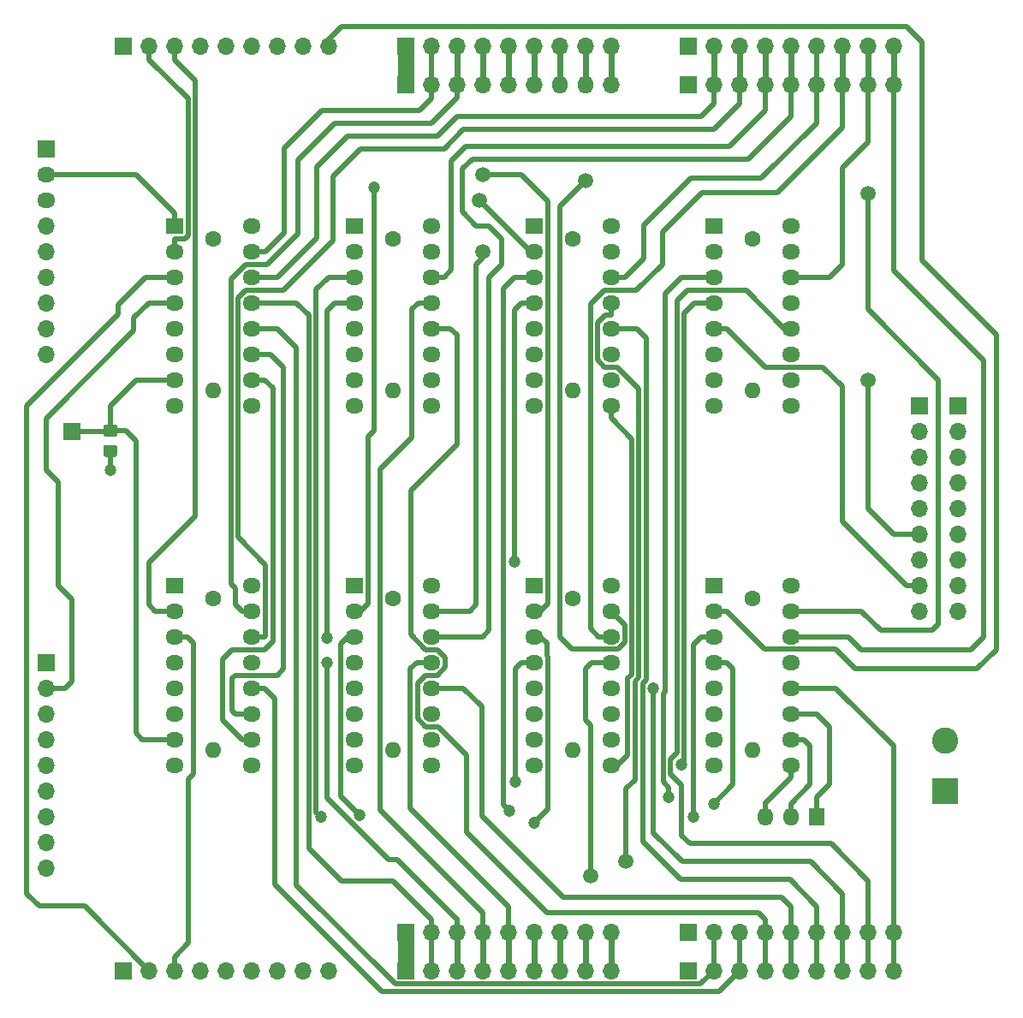
<source format=gbr>
%TF.GenerationSoftware,KiCad,Pcbnew,(5.1.8)-1*%
%TF.CreationDate,2022-12-02T00:21:30+03:00*%
%TF.ProjectId,MUX8x1-v4,4d555838-7831-42d7-9634-2e6b69636164,rev?*%
%TF.SameCoordinates,Original*%
%TF.FileFunction,Copper,L4,Bot*%
%TF.FilePolarity,Positive*%
%FSLAX46Y46*%
G04 Gerber Fmt 4.6, Leading zero omitted, Abs format (unit mm)*
G04 Created by KiCad (PCBNEW (5.1.8)-1) date 2022-12-02 00:21:30*
%MOMM*%
%LPD*%
G01*
G04 APERTURE LIST*
%TA.AperFunction,ComponentPad*%
%ADD10O,1.700000X1.700000*%
%TD*%
%TA.AperFunction,ComponentPad*%
%ADD11R,1.700000X1.700000*%
%TD*%
%TA.AperFunction,ComponentPad*%
%ADD12O,1.800000X1.500000*%
%TD*%
%TA.AperFunction,ComponentPad*%
%ADD13O,1.500000X1.800000*%
%TD*%
%TA.AperFunction,ComponentPad*%
%ADD14O,1.600000X1.600000*%
%TD*%
%TA.AperFunction,ComponentPad*%
%ADD15C,1.600000*%
%TD*%
%TA.AperFunction,ComponentPad*%
%ADD16R,1.800000X1.500000*%
%TD*%
%TA.AperFunction,ComponentPad*%
%ADD17R,1.500000X1.800000*%
%TD*%
%TA.AperFunction,ComponentPad*%
%ADD18C,2.600000*%
%TD*%
%TA.AperFunction,ComponentPad*%
%ADD19R,2.600000X2.600000*%
%TD*%
%TA.AperFunction,ViaPad*%
%ADD20C,1.200000*%
%TD*%
%TA.AperFunction,ViaPad*%
%ADD21C,1.500000*%
%TD*%
%TA.AperFunction,Conductor*%
%ADD22C,1.600000*%
%TD*%
%TA.AperFunction,Conductor*%
%ADD23C,0.500000*%
%TD*%
%TA.AperFunction,Conductor*%
%ADD24C,0.600000*%
%TD*%
G04 APERTURE END LIST*
D10*
%TO.P,J21,9*%
%TO.N,/O7*%
X118110000Y-91440000D03*
%TO.P,J21,8*%
%TO.N,/O6*%
X118110000Y-88900000D03*
%TO.P,J21,7*%
%TO.N,/O5*%
X118110000Y-86360000D03*
%TO.P,J21,6*%
%TO.N,/O4*%
X118110000Y-83820000D03*
%TO.P,J21,5*%
%TO.N,/O3*%
X118110000Y-81280000D03*
%TO.P,J21,4*%
%TO.N,/O2*%
X118110000Y-78740000D03*
%TO.P,J21,3*%
%TO.N,/O1*%
X118110000Y-76200000D03*
%TO.P,J21,2*%
%TO.N,/O0*%
X118110000Y-73660000D03*
D11*
%TO.P,J21,1*%
%TO.N,GND*%
X118110000Y-71120000D03*
%TD*%
D10*
%TO.P,J19,9*%
%TO.N,/O7*%
X114300000Y-91440000D03*
%TO.P,J19,8*%
%TO.N,/O6*%
X114300000Y-88900000D03*
%TO.P,J19,7*%
%TO.N,/O5*%
X114300000Y-86360000D03*
%TO.P,J19,6*%
%TO.N,/O4*%
X114300000Y-83820000D03*
%TO.P,J19,5*%
%TO.N,/O3*%
X114300000Y-81280000D03*
%TO.P,J19,4*%
%TO.N,/O2*%
X114300000Y-78740000D03*
%TO.P,J19,3*%
%TO.N,/O1*%
X114300000Y-76200000D03*
%TO.P,J19,2*%
%TO.N,/O0*%
X114300000Y-73660000D03*
D11*
%TO.P,J19,1*%
%TO.N,GND*%
X114300000Y-71120000D03*
%TD*%
D10*
%TO.P,J18,9*%
%TO.N,/H7*%
X111760000Y-123190000D03*
%TO.P,J18,8*%
%TO.N,/H6*%
X109220000Y-123190000D03*
%TO.P,J18,7*%
%TO.N,/H5*%
X106680000Y-123190000D03*
%TO.P,J18,6*%
%TO.N,/H4*%
X104140000Y-123190000D03*
%TO.P,J18,5*%
%TO.N,/H3*%
X101600000Y-123190000D03*
%TO.P,J18,4*%
%TO.N,/H2*%
X99060000Y-123190000D03*
%TO.P,J18,3*%
%TO.N,/H1*%
X96520000Y-123190000D03*
%TO.P,J18,2*%
%TO.N,/H0*%
X93980000Y-123190000D03*
D11*
%TO.P,J18,1*%
%TO.N,GND*%
X91440000Y-123190000D03*
%TD*%
D10*
%TO.P,J16,9*%
%TO.N,/H7*%
X111760000Y-127000000D03*
%TO.P,J16,8*%
%TO.N,/H6*%
X109220000Y-127000000D03*
%TO.P,J16,7*%
%TO.N,/H5*%
X106680000Y-127000000D03*
%TO.P,J16,6*%
%TO.N,/H4*%
X104140000Y-127000000D03*
%TO.P,J16,5*%
%TO.N,/H3*%
X101600000Y-127000000D03*
%TO.P,J16,4*%
%TO.N,/H2*%
X99060000Y-127000000D03*
%TO.P,J16,3*%
%TO.N,/H1*%
X96520000Y-127000000D03*
%TO.P,J16,2*%
%TO.N,/H0*%
X93980000Y-127000000D03*
D11*
%TO.P,J16,1*%
%TO.N,GND*%
X91440000Y-127000000D03*
%TD*%
D10*
%TO.P,J15,9*%
%TO.N,/D7*%
X27940000Y-66040000D03*
%TO.P,J15,8*%
%TO.N,/D6*%
X27940000Y-63500000D03*
%TO.P,J15,7*%
%TO.N,/D5*%
X27940000Y-60960000D03*
%TO.P,J15,6*%
%TO.N,/D4*%
X27940000Y-58420000D03*
%TO.P,J15,5*%
%TO.N,/D3*%
X27940000Y-55880000D03*
%TO.P,J15,4*%
%TO.N,/D2*%
X27940000Y-53340000D03*
D12*
%TO.P,J15,3*%
%TO.N,/D1*%
X27940000Y-50800000D03*
%TO.P,J15,2*%
%TO.N,/D0*%
X27940000Y-48260000D03*
D11*
%TO.P,J15,1*%
%TO.N,GND*%
X27940000Y-45720000D03*
%TD*%
D10*
%TO.P,J14,9*%
%TO.N,/G7*%
X83820000Y-127000000D03*
%TO.P,J14,8*%
%TO.N,/G6*%
X81280000Y-127000000D03*
%TO.P,J14,7*%
%TO.N,/G5*%
X78740000Y-127000000D03*
%TO.P,J14,6*%
%TO.N,/G4*%
X76200000Y-127000000D03*
%TO.P,J14,5*%
%TO.N,/G3*%
X73660000Y-127000000D03*
%TO.P,J14,4*%
%TO.N,/G2*%
X71120000Y-127000000D03*
%TO.P,J14,3*%
%TO.N,/G1*%
X68580000Y-127000000D03*
%TO.P,J14,2*%
%TO.N,/G0*%
X66040000Y-127000000D03*
D11*
%TO.P,J14,1*%
%TO.N,GND*%
X63500000Y-127000000D03*
%TD*%
D10*
%TO.P,J12,9*%
%TO.N,/G7*%
X83820000Y-123190000D03*
%TO.P,J12,8*%
%TO.N,/G6*%
X81280000Y-123190000D03*
%TO.P,J12,7*%
%TO.N,/G5*%
X78740000Y-123190000D03*
%TO.P,J12,6*%
%TO.N,/G4*%
X76200000Y-123190000D03*
%TO.P,J12,5*%
%TO.N,/G3*%
X73660000Y-123190000D03*
%TO.P,J12,4*%
%TO.N,/G2*%
X71120000Y-123190000D03*
%TO.P,J12,3*%
%TO.N,/G1*%
X68580000Y-123190000D03*
%TO.P,J12,2*%
%TO.N,/G0*%
X66040000Y-123190000D03*
D11*
%TO.P,J12,1*%
%TO.N,GND*%
X63500000Y-123190000D03*
%TD*%
D10*
%TO.P,J11,9*%
%TO.N,/C7*%
X55880000Y-35560000D03*
%TO.P,J11,8*%
%TO.N,/C6*%
X53340000Y-35560000D03*
%TO.P,J11,7*%
%TO.N,/C5*%
X50800000Y-35560000D03*
%TO.P,J11,6*%
%TO.N,/C4*%
X48260000Y-35560000D03*
%TO.P,J11,5*%
%TO.N,/C3*%
X45720000Y-35560000D03*
%TO.P,J11,4*%
%TO.N,/C2*%
X43180000Y-35560000D03*
%TO.P,J11,3*%
%TO.N,/C1*%
X40640000Y-35560000D03*
%TO.P,J11,2*%
%TO.N,/C0*%
X38100000Y-35560000D03*
D11*
%TO.P,J11,1*%
%TO.N,GND*%
X35560000Y-35560000D03*
%TD*%
D10*
%TO.P,J8,9*%
%TO.N,/F7*%
X111760000Y-35600000D03*
%TO.P,J8,8*%
%TO.N,/F6*%
X109220000Y-35600000D03*
%TO.P,J8,7*%
%TO.N,/F5*%
X106680000Y-35600000D03*
%TO.P,J8,6*%
%TO.N,/F4*%
X104140000Y-35600000D03*
%TO.P,J8,5*%
%TO.N,/F3*%
X101600000Y-35600000D03*
%TO.P,J8,4*%
%TO.N,/F2*%
X99060000Y-35600000D03*
%TO.P,J8,3*%
%TO.N,/F1*%
X96520000Y-35600000D03*
%TO.P,J8,2*%
%TO.N,/F0*%
X93980000Y-35600000D03*
D11*
%TO.P,J8,1*%
%TO.N,GND*%
X91440000Y-35600000D03*
%TD*%
D10*
%TO.P,J6,9*%
%TO.N,/F7*%
X111760000Y-39370000D03*
%TO.P,J6,8*%
%TO.N,/F6*%
X109220000Y-39370000D03*
%TO.P,J6,7*%
%TO.N,/F5*%
X106680000Y-39370000D03*
%TO.P,J6,6*%
%TO.N,/F4*%
X104140000Y-39370000D03*
%TO.P,J6,5*%
%TO.N,/F3*%
X101600000Y-39370000D03*
%TO.P,J6,4*%
%TO.N,/F2*%
X99060000Y-39370000D03*
%TO.P,J6,3*%
%TO.N,/F1*%
X96520000Y-39370000D03*
%TO.P,J6,2*%
%TO.N,/F0*%
X93980000Y-39370000D03*
D11*
%TO.P,J6,1*%
%TO.N,GND*%
X91440000Y-39370000D03*
%TD*%
D10*
%TO.P,J5,9*%
%TO.N,/B7*%
X55880000Y-127000000D03*
%TO.P,J5,8*%
%TO.N,/B6*%
X53340000Y-127000000D03*
%TO.P,J5,7*%
%TO.N,/B5*%
X50800000Y-127000000D03*
%TO.P,J5,6*%
%TO.N,/B4*%
X48260000Y-127000000D03*
%TO.P,J5,5*%
%TO.N,/B3*%
X45720000Y-127000000D03*
%TO.P,J5,4*%
%TO.N,/B2*%
X43180000Y-127000000D03*
%TO.P,J5,3*%
%TO.N,/B1*%
X40640000Y-127000000D03*
%TO.P,J5,2*%
%TO.N,/B0*%
X38100000Y-127000000D03*
D11*
%TO.P,J5,1*%
%TO.N,GND*%
X35560000Y-127000000D03*
%TD*%
D10*
%TO.P,J4,9*%
%TO.N,/E7*%
X83820000Y-35560000D03*
%TO.P,J4,8*%
%TO.N,/E6*%
X81280000Y-35560000D03*
%TO.P,J4,7*%
%TO.N,/E5*%
X78740000Y-35560000D03*
%TO.P,J4,6*%
%TO.N,/E4*%
X76200000Y-35560000D03*
%TO.P,J4,5*%
%TO.N,/E3*%
X73660000Y-35560000D03*
%TO.P,J4,4*%
%TO.N,/E2*%
X71120000Y-35560000D03*
%TO.P,J4,3*%
%TO.N,/E1*%
X68580000Y-35560000D03*
%TO.P,J4,2*%
%TO.N,/E0*%
X66040000Y-35560000D03*
D11*
%TO.P,J4,1*%
%TO.N,GND*%
X63500000Y-35560000D03*
%TD*%
D10*
%TO.P,J2,9*%
%TO.N,/E7*%
X83820000Y-39370000D03*
D13*
%TO.P,J2,8*%
%TO.N,/E6*%
X81280000Y-39370000D03*
%TO.P,J2,7*%
%TO.N,/E5*%
X78740000Y-39370000D03*
D10*
%TO.P,J2,6*%
%TO.N,/E4*%
X76200000Y-39370000D03*
%TO.P,J2,5*%
%TO.N,/E3*%
X73660000Y-39370000D03*
%TO.P,J2,4*%
%TO.N,/E2*%
X71120000Y-39370000D03*
%TO.P,J2,3*%
%TO.N,/E1*%
X68580000Y-39370000D03*
%TO.P,J2,2*%
%TO.N,/E0*%
X66040000Y-39370000D03*
D11*
%TO.P,J2,1*%
%TO.N,GND*%
X63500000Y-39370000D03*
%TD*%
D10*
%TO.P,J1,9*%
%TO.N,/A7*%
X27940000Y-116840000D03*
%TO.P,J1,8*%
%TO.N,/A6*%
X27940000Y-114300000D03*
%TO.P,J1,7*%
%TO.N,/A5*%
X27940000Y-111760000D03*
%TO.P,J1,6*%
%TO.N,/A4*%
X27940000Y-109220000D03*
%TO.P,J1,5*%
%TO.N,/A3*%
X27940000Y-106680000D03*
%TO.P,J1,4*%
%TO.N,/A2*%
X27940000Y-104140000D03*
%TO.P,J1,3*%
%TO.N,/A1*%
X27940000Y-101600000D03*
%TO.P,J1,2*%
%TO.N,/A0*%
X27940000Y-99060000D03*
D11*
%TO.P,J1,1*%
%TO.N,GND*%
X27940000Y-96520000D03*
%TD*%
D14*
%TO.P,C8,2*%
%TO.N,GND*%
X97790000Y-105170000D03*
D15*
%TO.P,C8,1*%
%TO.N,VCC*%
X97790000Y-90170000D03*
%TD*%
D14*
%TO.P,C7,2*%
%TO.N,GND*%
X97790000Y-69610000D03*
D15*
%TO.P,C7,1*%
%TO.N,VCC*%
X97790000Y-54610000D03*
%TD*%
D14*
%TO.P,C6,2*%
%TO.N,GND*%
X80010000Y-105170000D03*
D15*
%TO.P,C6,1*%
%TO.N,VCC*%
X80010000Y-90170000D03*
%TD*%
D14*
%TO.P,C5,2*%
%TO.N,GND*%
X80010000Y-69610000D03*
D15*
%TO.P,C5,1*%
%TO.N,VCC*%
X80010000Y-54610000D03*
%TD*%
D14*
%TO.P,C4,2*%
%TO.N,GND*%
X62230000Y-105170000D03*
D15*
%TO.P,C4,1*%
%TO.N,VCC*%
X62230000Y-90170000D03*
%TD*%
D14*
%TO.P,C3,2*%
%TO.N,GND*%
X62230000Y-69610000D03*
D15*
%TO.P,C3,1*%
%TO.N,VCC*%
X62230000Y-54610000D03*
%TD*%
D14*
%TO.P,C2,2*%
%TO.N,GND*%
X44450000Y-105170000D03*
D15*
%TO.P,C2,1*%
%TO.N,VCC*%
X44450000Y-90170000D03*
%TD*%
D14*
%TO.P,C1,2*%
%TO.N,GND*%
X44450000Y-69610000D03*
D15*
%TO.P,C1,1*%
%TO.N,VCC*%
X44450000Y-54610000D03*
%TD*%
D12*
%TO.P,U8,16*%
%TO.N,VCC*%
X101600000Y-88900000D03*
%TO.P,U8,8*%
%TO.N,GND*%
X93980000Y-106680000D03*
%TO.P,U8,15*%
%TO.N,/E7*%
X101600000Y-91440000D03*
%TO.P,U8,7*%
%TO.N,/~E*%
X93980000Y-104140000D03*
%TO.P,U8,14*%
%TO.N,/F7*%
X101600000Y-93980000D03*
%TO.P,U8,6*%
%TO.N,Net-(U8-Pad6)*%
X93980000Y-101600000D03*
%TO.P,U8,13*%
%TO.N,/G7*%
X101600000Y-96520000D03*
%TO.P,U8,5*%
%TO.N,/O7*%
X93980000Y-99060000D03*
%TO.P,U8,12*%
%TO.N,/H7*%
X101600000Y-99060000D03*
%TO.P,U8,4*%
%TO.N,/A7*%
X93980000Y-96520000D03*
%TO.P,U8,11*%
%TO.N,/S0*%
X101600000Y-101600000D03*
%TO.P,U8,3*%
%TO.N,/B7*%
X93980000Y-93980000D03*
%TO.P,U8,10*%
%TO.N,/S1*%
X101600000Y-104140000D03*
%TO.P,U8,2*%
%TO.N,/C7*%
X93980000Y-91440000D03*
%TO.P,U8,9*%
%TO.N,/S2*%
X101600000Y-106680000D03*
D16*
%TO.P,U8,1*%
%TO.N,/D7*%
X93980000Y-88900000D03*
%TD*%
D12*
%TO.P,U7,16*%
%TO.N,VCC*%
X101600000Y-53340000D03*
%TO.P,U7,8*%
%TO.N,GND*%
X93980000Y-71120000D03*
%TO.P,U7,15*%
%TO.N,/E6*%
X101600000Y-55880000D03*
%TO.P,U7,7*%
%TO.N,/~E*%
X93980000Y-68580000D03*
%TO.P,U7,14*%
%TO.N,/F6*%
X101600000Y-58420000D03*
%TO.P,U7,6*%
%TO.N,Net-(U7-Pad6)*%
X93980000Y-66040000D03*
%TO.P,U7,13*%
%TO.N,/G6*%
X101600000Y-60960000D03*
%TO.P,U7,5*%
%TO.N,/O6*%
X93980000Y-63500000D03*
%TO.P,U7,12*%
%TO.N,/H6*%
X101600000Y-63500000D03*
%TO.P,U7,4*%
%TO.N,/A6*%
X93980000Y-60960000D03*
%TO.P,U7,11*%
%TO.N,/S0*%
X101600000Y-66040000D03*
%TO.P,U7,3*%
%TO.N,/B6*%
X93980000Y-58420000D03*
%TO.P,U7,10*%
%TO.N,/S1*%
X101600000Y-68580000D03*
%TO.P,U7,2*%
%TO.N,/C6*%
X93980000Y-55880000D03*
%TO.P,U7,9*%
%TO.N,/S2*%
X101600000Y-71120000D03*
D16*
%TO.P,U7,1*%
%TO.N,/D6*%
X93980000Y-53340000D03*
%TD*%
D12*
%TO.P,U6,16*%
%TO.N,VCC*%
X83820000Y-88900000D03*
%TO.P,U6,8*%
%TO.N,GND*%
X76200000Y-106680000D03*
%TO.P,U6,15*%
%TO.N,/E5*%
X83820000Y-91440000D03*
%TO.P,U6,7*%
%TO.N,/~E*%
X76200000Y-104140000D03*
%TO.P,U6,14*%
%TO.N,/F5*%
X83820000Y-93980000D03*
%TO.P,U6,6*%
%TO.N,Net-(U6-Pad6)*%
X76200000Y-101600000D03*
%TO.P,U6,13*%
%TO.N,/G5*%
X83820000Y-96520000D03*
%TO.P,U6,5*%
%TO.N,/O5*%
X76200000Y-99060000D03*
%TO.P,U6,12*%
%TO.N,/H5*%
X83820000Y-99060000D03*
%TO.P,U6,4*%
%TO.N,/A5*%
X76200000Y-96520000D03*
%TO.P,U6,11*%
%TO.N,/S0*%
X83820000Y-101600000D03*
%TO.P,U6,3*%
%TO.N,/B5*%
X76200000Y-93980000D03*
%TO.P,U6,10*%
%TO.N,/S1*%
X83820000Y-104140000D03*
%TO.P,U6,2*%
%TO.N,/C5*%
X76200000Y-91440000D03*
%TO.P,U6,9*%
%TO.N,/S2*%
X83820000Y-106680000D03*
D16*
%TO.P,U6,1*%
%TO.N,/D5*%
X76200000Y-88900000D03*
%TD*%
D12*
%TO.P,U5,16*%
%TO.N,VCC*%
X83820000Y-53340000D03*
%TO.P,U5,8*%
%TO.N,GND*%
X76200000Y-71120000D03*
%TO.P,U5,15*%
%TO.N,/E4*%
X83820000Y-55880000D03*
%TO.P,U5,7*%
%TO.N,/~E*%
X76200000Y-68580000D03*
%TO.P,U5,14*%
%TO.N,/F4*%
X83820000Y-58420000D03*
%TO.P,U5,6*%
%TO.N,Net-(U5-Pad6)*%
X76200000Y-66040000D03*
%TO.P,U5,13*%
%TO.N,/G4*%
X83820000Y-60960000D03*
%TO.P,U5,5*%
%TO.N,/O4*%
X76200000Y-63500000D03*
%TO.P,U5,12*%
%TO.N,/H4*%
X83820000Y-63500000D03*
%TO.P,U5,4*%
%TO.N,/A4*%
X76200000Y-60960000D03*
%TO.P,U5,11*%
%TO.N,/S0*%
X83820000Y-66040000D03*
%TO.P,U5,3*%
%TO.N,/B4*%
X76200000Y-58420000D03*
%TO.P,U5,10*%
%TO.N,/S1*%
X83820000Y-68580000D03*
%TO.P,U5,2*%
%TO.N,/C4*%
X76200000Y-55880000D03*
%TO.P,U5,9*%
%TO.N,/S2*%
X83820000Y-71120000D03*
D16*
%TO.P,U5,1*%
%TO.N,/D4*%
X76200000Y-53340000D03*
%TD*%
D12*
%TO.P,U4,16*%
%TO.N,VCC*%
X66040000Y-88900000D03*
%TO.P,U4,8*%
%TO.N,GND*%
X58420000Y-106680000D03*
%TO.P,U4,15*%
%TO.N,/E3*%
X66040000Y-91440000D03*
%TO.P,U4,7*%
%TO.N,/~E*%
X58420000Y-104140000D03*
%TO.P,U4,14*%
%TO.N,/F3*%
X66040000Y-93980000D03*
%TO.P,U4,6*%
%TO.N,Net-(U4-Pad6)*%
X58420000Y-101600000D03*
%TO.P,U4,13*%
%TO.N,/G3*%
X66040000Y-96520000D03*
%TO.P,U4,5*%
%TO.N,/O3*%
X58420000Y-99060000D03*
%TO.P,U4,12*%
%TO.N,/H3*%
X66040000Y-99060000D03*
%TO.P,U4,4*%
%TO.N,/A3*%
X58420000Y-96520000D03*
%TO.P,U4,11*%
%TO.N,/S0*%
X66040000Y-101600000D03*
%TO.P,U4,3*%
%TO.N,/B3*%
X58420000Y-93980000D03*
%TO.P,U4,10*%
%TO.N,/S1*%
X66040000Y-104140000D03*
%TO.P,U4,2*%
%TO.N,/C3*%
X58420000Y-91440000D03*
%TO.P,U4,9*%
%TO.N,/S2*%
X66040000Y-106680000D03*
D16*
%TO.P,U4,1*%
%TO.N,/D3*%
X58420000Y-88900000D03*
%TD*%
D12*
%TO.P,U3,16*%
%TO.N,VCC*%
X66040000Y-53340000D03*
%TO.P,U3,8*%
%TO.N,GND*%
X58420000Y-71120000D03*
%TO.P,U3,15*%
%TO.N,/E2*%
X66040000Y-55880000D03*
%TO.P,U3,7*%
%TO.N,/~E*%
X58420000Y-68580000D03*
%TO.P,U3,14*%
%TO.N,/F2*%
X66040000Y-58420000D03*
%TO.P,U3,6*%
%TO.N,Net-(U3-Pad6)*%
X58420000Y-66040000D03*
%TO.P,U3,13*%
%TO.N,/G2*%
X66040000Y-60960000D03*
%TO.P,U3,5*%
%TO.N,/O2*%
X58420000Y-63500000D03*
%TO.P,U3,12*%
%TO.N,/H2*%
X66040000Y-63500000D03*
%TO.P,U3,4*%
%TO.N,/A2*%
X58420000Y-60960000D03*
%TO.P,U3,11*%
%TO.N,/S0*%
X66040000Y-66040000D03*
%TO.P,U3,3*%
%TO.N,/B2*%
X58420000Y-58420000D03*
%TO.P,U3,10*%
%TO.N,/S1*%
X66040000Y-68580000D03*
%TO.P,U3,2*%
%TO.N,/C2*%
X58420000Y-55880000D03*
%TO.P,U3,9*%
%TO.N,/S2*%
X66040000Y-71120000D03*
D16*
%TO.P,U3,1*%
%TO.N,/D2*%
X58420000Y-53340000D03*
%TD*%
D12*
%TO.P,U2,16*%
%TO.N,VCC*%
X48260000Y-88900000D03*
%TO.P,U2,8*%
%TO.N,GND*%
X40640000Y-106680000D03*
%TO.P,U2,15*%
%TO.N,/E1*%
X48260000Y-91440000D03*
%TO.P,U2,7*%
%TO.N,/~E*%
X40640000Y-104140000D03*
%TO.P,U2,14*%
%TO.N,/F1*%
X48260000Y-93980000D03*
%TO.P,U2,6*%
%TO.N,Net-(U2-Pad6)*%
X40640000Y-101600000D03*
%TO.P,U2,13*%
%TO.N,/G1*%
X48260000Y-96520000D03*
%TO.P,U2,5*%
%TO.N,/O1*%
X40640000Y-99060000D03*
%TO.P,U2,12*%
%TO.N,/H1*%
X48260000Y-99060000D03*
%TO.P,U2,4*%
%TO.N,/A1*%
X40640000Y-96520000D03*
%TO.P,U2,11*%
%TO.N,/S0*%
X48260000Y-101600000D03*
%TO.P,U2,3*%
%TO.N,/B1*%
X40640000Y-93980000D03*
%TO.P,U2,10*%
%TO.N,/S1*%
X48260000Y-104140000D03*
%TO.P,U2,2*%
%TO.N,/C1*%
X40640000Y-91440000D03*
%TO.P,U2,9*%
%TO.N,/S2*%
X48260000Y-106680000D03*
D16*
%TO.P,U2,1*%
%TO.N,/D1*%
X40640000Y-88900000D03*
%TD*%
D12*
%TO.P,U1,16*%
%TO.N,VCC*%
X48260000Y-53340000D03*
%TO.P,U1,8*%
%TO.N,GND*%
X40640000Y-71120000D03*
%TO.P,U1,15*%
%TO.N,/E0*%
X48260000Y-55880000D03*
%TO.P,U1,7*%
%TO.N,/~E*%
X40640000Y-68580000D03*
%TO.P,U1,14*%
%TO.N,/F0*%
X48260000Y-58420000D03*
%TO.P,U1,6*%
%TO.N,Net-(U1-Pad6)*%
X40640000Y-66040000D03*
%TO.P,U1,13*%
%TO.N,/G0*%
X48260000Y-60960000D03*
%TO.P,U1,5*%
%TO.N,/O0*%
X40640000Y-63500000D03*
%TO.P,U1,12*%
%TO.N,/H0*%
X48260000Y-63500000D03*
%TO.P,U1,4*%
%TO.N,/A0*%
X40640000Y-60960000D03*
%TO.P,U1,11*%
%TO.N,/S0*%
X48260000Y-66040000D03*
%TO.P,U1,3*%
%TO.N,/B0*%
X40640000Y-58420000D03*
%TO.P,U1,10*%
%TO.N,/S1*%
X48260000Y-68580000D03*
%TO.P,U1,2*%
%TO.N,/C0*%
X40640000Y-55880000D03*
%TO.P,U1,9*%
%TO.N,/S2*%
X48260000Y-71120000D03*
D16*
%TO.P,U1,1*%
%TO.N,/D0*%
X40640000Y-53340000D03*
%TD*%
%TO.P,R1,2*%
%TO.N,GND*%
%TA.AperFunction,SMDPad,CuDef*%
G36*
G01*
X33839999Y-75012500D02*
X34740001Y-75012500D01*
G75*
G02*
X34990000Y-75262499I0J-249999D01*
G01*
X34990000Y-75962501D01*
G75*
G02*
X34740001Y-76212500I-249999J0D01*
G01*
X33839999Y-76212500D01*
G75*
G02*
X33590000Y-75962501I0J249999D01*
G01*
X33590000Y-75262499D01*
G75*
G02*
X33839999Y-75012500I249999J0D01*
G01*
G37*
%TD.AperFunction*%
%TO.P,R1,1*%
%TO.N,/~E*%
%TA.AperFunction,SMDPad,CuDef*%
G36*
G01*
X33839999Y-73012500D02*
X34740001Y-73012500D01*
G75*
G02*
X34990000Y-73262499I0J-249999D01*
G01*
X34990000Y-73962501D01*
G75*
G02*
X34740001Y-74212500I-249999J0D01*
G01*
X33839999Y-74212500D01*
G75*
G02*
X33590000Y-73962501I0J249999D01*
G01*
X33590000Y-73262499D01*
G75*
G02*
X33839999Y-73012500I249999J0D01*
G01*
G37*
%TD.AperFunction*%
%TD*%
D11*
%TO.P,J20,1*%
%TO.N,/~E*%
X30480000Y-73660000D03*
%TD*%
D13*
%TO.P,J10,3*%
%TO.N,/S2*%
X99060000Y-111760000D03*
%TO.P,J10,2*%
%TO.N,/S1*%
X101600000Y-111760000D03*
D17*
%TO.P,J10,1*%
%TO.N,/S0*%
X104140000Y-111760000D03*
%TD*%
D18*
%TO.P,J9,2*%
%TO.N,GND*%
X116840000Y-104220000D03*
D19*
%TO.P,J9,1*%
%TO.N,VCC*%
X116840000Y-109220000D03*
%TD*%
D20*
%TO.N,GND*%
X34290000Y-77470000D03*
%TO.N,/A7*%
X93980000Y-110490000D03*
%TO.N,/A6*%
X90767200Y-106629900D03*
%TO.N,/A5*%
X74318000Y-108359600D03*
%TO.N,/A4*%
X74242300Y-86587600D03*
%TO.N,/A2*%
X55705300Y-94078000D03*
D21*
%TO.N,/E7*%
X109220000Y-50165000D03*
%TO.N,/E5*%
X81280000Y-48895000D03*
%TO.N,/E3*%
X71120000Y-55880000D03*
D20*
%TO.N,/B7*%
X91929200Y-111760000D03*
%TO.N,/B6*%
X89535000Y-109855000D03*
%TO.N,/B5*%
X76200000Y-112395000D03*
%TO.N,/B4*%
X73711200Y-111160600D03*
%TO.N,/B3*%
X58943100Y-111656700D03*
%TO.N,/B2*%
X55106700Y-111832800D03*
D21*
%TO.N,/C5*%
X71120000Y-48260000D03*
%TO.N,/C4*%
X70772100Y-50800000D03*
D20*
%TO.N,/C3*%
X60406500Y-49530000D03*
D21*
%TO.N,/G5*%
X81761300Y-117628700D03*
%TO.N,/G4*%
X85284800Y-116205000D03*
D20*
%TO.N,/G1*%
X55705300Y-96520000D03*
%TO.N,/H5*%
X88015300Y-99075200D03*
D21*
%TO.N,/O4*%
X109220000Y-68580000D03*
%TD*%
D22*
%TO.N,GND*%
X63500000Y-35560000D02*
X63500000Y-39370000D01*
X63500000Y-123190000D02*
X63500000Y-127000000D01*
D23*
X34290000Y-75612500D02*
X34290000Y-77470000D01*
%TO.N,/A7*%
X95250000Y-96520000D02*
X93980000Y-96520000D01*
X95885000Y-97155000D02*
X95250000Y-96520000D01*
X95885000Y-108585000D02*
X95885000Y-97155000D01*
X93980000Y-110490000D02*
X95885000Y-108585000D01*
%TO.N,/A6*%
X91065400Y-106331700D02*
X90767200Y-106629900D01*
X91065400Y-61969600D02*
X91065400Y-106331700D01*
X92075000Y-60960000D02*
X91065400Y-61969600D01*
X93980000Y-60960000D02*
X92075000Y-60960000D01*
%TO.N,/A5*%
X74318000Y-99027000D02*
X74318000Y-108359600D01*
X76200000Y-96520000D02*
X74930000Y-96520000D01*
X74318000Y-97132000D02*
X74318000Y-99027000D01*
X74930000Y-96520000D02*
X74318000Y-97132000D01*
%TO.N,/A4*%
X74242300Y-63542700D02*
X74242300Y-86587600D01*
X76200000Y-60960000D02*
X74930000Y-60960000D01*
X74242300Y-61647700D02*
X74242300Y-63542700D01*
X74930000Y-60960000D02*
X74242300Y-61647700D01*
%TO.N,/A2*%
X55705300Y-64299700D02*
X55705300Y-94078000D01*
X58420000Y-60960000D02*
X56515000Y-60960000D01*
X55705300Y-61769700D02*
X55705300Y-64299700D01*
X56515000Y-60960000D02*
X55705300Y-61769700D01*
%TO.N,/A0*%
X30480000Y-98425000D02*
X29845000Y-99060000D01*
X29165800Y-88944200D02*
X30480000Y-90258400D01*
X29845000Y-99060000D02*
X27940000Y-99060000D01*
X36590650Y-63739350D02*
X27940000Y-72390000D01*
X29165800Y-78695800D02*
X29165800Y-88944200D01*
X36590650Y-62469350D02*
X36590650Y-63739350D01*
X30480000Y-90258400D02*
X30480000Y-98425000D01*
X27940000Y-77470000D02*
X29165800Y-78695800D01*
X27940000Y-72390000D02*
X27940000Y-77470000D01*
X38100000Y-60960000D02*
X36590650Y-62469350D01*
X40640000Y-60960000D02*
X38100000Y-60960000D01*
D24*
%TO.N,/E7*%
X83820000Y-35560000D02*
X83820000Y-39370000D01*
D23*
X108585000Y-91440000D02*
X101600000Y-91440000D01*
X115570000Y-93345000D02*
X110490000Y-93345000D01*
X116205000Y-92710000D02*
X115570000Y-93345000D01*
X116205000Y-68580000D02*
X116205000Y-92710000D01*
X110490000Y-93345000D02*
X108585000Y-91440000D01*
X109220000Y-50165000D02*
X109220000Y-61595000D01*
X109220000Y-61595000D02*
X116205000Y-68580000D01*
D24*
%TO.N,/E6*%
X81280000Y-35560000D02*
X81280000Y-39370000D01*
%TO.N,/E5*%
X78740000Y-35560000D02*
X78740000Y-39370000D01*
D23*
X80002600Y-50172400D02*
X81280000Y-48895000D01*
X78759200Y-51415800D02*
X80002600Y-50172400D01*
X78759200Y-93999200D02*
X78759200Y-51415800D01*
X79945000Y-95185000D02*
X78759200Y-93999200D01*
X85170300Y-94551200D02*
X84536500Y-95185000D01*
X84536500Y-95185000D02*
X79945000Y-95185000D01*
X85170300Y-92790300D02*
X85170300Y-94551200D01*
X83820000Y-91440000D02*
X85170300Y-92790300D01*
D24*
%TO.N,/E4*%
X76200000Y-35560000D02*
X76200000Y-39370000D01*
%TO.N,/E3*%
X73660000Y-35560000D02*
X73660000Y-39370000D01*
D23*
X69850000Y-91440000D02*
X70485000Y-90805000D01*
X66040000Y-91440000D02*
X69850000Y-91440000D01*
X71120000Y-56515000D02*
X70485000Y-57150000D01*
X71120000Y-55880000D02*
X71120000Y-56515000D01*
X70485000Y-90805000D02*
X70485000Y-57150000D01*
D24*
%TO.N,/E2*%
X71120000Y-35560000D02*
X71120000Y-39370000D01*
%TO.N,/E1*%
X68580000Y-35560000D02*
X68580000Y-39370000D01*
D23*
X68580000Y-40640000D02*
X68580000Y-39370000D01*
X52844750Y-54114750D02*
X52844750Y-46850250D01*
X46204400Y-58628000D02*
X47683400Y-57149000D01*
X46204400Y-88759400D02*
X46204400Y-58628000D01*
X52844750Y-46850250D02*
X56515000Y-43180000D01*
X47683400Y-57149000D02*
X49810500Y-57149000D01*
X46667500Y-89222500D02*
X46204400Y-88759400D01*
X66040000Y-43180000D02*
X68580000Y-40640000D01*
X46667500Y-90800000D02*
X46667500Y-89222500D01*
X56515000Y-43180000D02*
X66040000Y-43180000D01*
X47307500Y-91440000D02*
X46667500Y-90800000D01*
X49810500Y-57149000D02*
X52844750Y-54114750D01*
X48260000Y-91440000D02*
X47307500Y-91440000D01*
%TO.N,/E0*%
X66040000Y-39370000D02*
X66040000Y-35560000D01*
X66040000Y-40720000D02*
X66040000Y-39370000D01*
X55245000Y-41910000D02*
X64850000Y-41910000D01*
X51500000Y-45655000D02*
X55245000Y-41910000D01*
X51500000Y-54040000D02*
X51500000Y-45655000D01*
X49660000Y-55880000D02*
X51500000Y-54040000D01*
X64850000Y-41910000D02*
X66040000Y-40720000D01*
X48260000Y-55880000D02*
X49660000Y-55880000D01*
%TO.N,/B7*%
X91929200Y-94760800D02*
X91929200Y-110635800D01*
X92710000Y-93980000D02*
X91929200Y-94760800D01*
X93980000Y-93980000D02*
X92710000Y-93980000D01*
X91929200Y-110635800D02*
X91929200Y-111760000D01*
%TO.N,/B6*%
X90805000Y-58420000D02*
X93980000Y-58420000D01*
X88964400Y-99633200D02*
X89174100Y-99423500D01*
X89174100Y-99423500D02*
X89174100Y-60050900D01*
X88964400Y-108312300D02*
X88964400Y-99633200D01*
X89535000Y-108882900D02*
X88964400Y-108312300D01*
X89174100Y-60050900D02*
X90805000Y-58420000D01*
X89535000Y-109855000D02*
X89535000Y-108882900D01*
%TO.N,/B5*%
X77560400Y-111034600D02*
X76200000Y-112395000D01*
X77560400Y-95965400D02*
X77560400Y-111034600D01*
X76200000Y-93980000D02*
X76835000Y-93980000D01*
X77475000Y-94620000D02*
X77475000Y-95880000D01*
X76835000Y-93980000D02*
X77475000Y-94620000D01*
X77475000Y-95880000D02*
X77560400Y-95965400D01*
%TO.N,/B4*%
X73179900Y-110629300D02*
X73711200Y-111160600D01*
X73179900Y-59535100D02*
X73179900Y-110629300D01*
X74295000Y-58420000D02*
X73179900Y-59535100D01*
X76200000Y-58420000D02*
X74295000Y-58420000D01*
%TO.N,/B3*%
X57069600Y-94695400D02*
X57785000Y-93980000D01*
X57069600Y-109783200D02*
X57069600Y-94695400D01*
X57785000Y-93980000D02*
X58420000Y-93980000D01*
X58943100Y-111656700D02*
X57069600Y-109783200D01*
%TO.N,/B2*%
X54654900Y-111381000D02*
X55106700Y-111832800D01*
X54654900Y-59645100D02*
X54654900Y-111381000D01*
X55880000Y-58420000D02*
X54654900Y-59645100D01*
X58420000Y-58420000D02*
X55880000Y-58420000D01*
%TO.N,/B1*%
X40640000Y-125650000D02*
X40640000Y-127000000D01*
X42029600Y-124260400D02*
X40640000Y-125650000D01*
X42029600Y-108069600D02*
X42029600Y-124260400D01*
X42545000Y-107554200D02*
X42029600Y-108069600D01*
X42545000Y-94615000D02*
X42545000Y-107554200D01*
X41910000Y-93980000D02*
X42545000Y-94615000D01*
X40640000Y-93980000D02*
X41910000Y-93980000D01*
%TO.N,/B0*%
X35078750Y-61123750D02*
X37782500Y-58420000D01*
X35078750Y-62076250D02*
X35078750Y-61123750D01*
X26035000Y-71120000D02*
X35078750Y-62076250D01*
X26035000Y-119380000D02*
X26035000Y-71120000D01*
X27276100Y-120621100D02*
X26035000Y-119380000D01*
X37782500Y-58420000D02*
X40640000Y-58420000D01*
X31721100Y-120621100D02*
X27276100Y-120621100D01*
X38100000Y-127000000D02*
X31721100Y-120621100D01*
D24*
%TO.N,/F7*%
X111760000Y-35600000D02*
X111760000Y-39370000D01*
D23*
X107315000Y-93980000D02*
X101600000Y-93980000D01*
X108585000Y-95250000D02*
X107315000Y-93980000D01*
X119380000Y-95250000D02*
X108585000Y-95250000D01*
X120650000Y-93980000D02*
X119380000Y-95250000D01*
X120650000Y-66675000D02*
X120650000Y-93980000D01*
X111760000Y-57785000D02*
X120650000Y-66675000D01*
X111760000Y-39370000D02*
X111760000Y-57785000D01*
D24*
%TO.N,/F6*%
X109220000Y-35600000D02*
X109220000Y-39370000D01*
D23*
X109220000Y-45085000D02*
X109220000Y-39370000D01*
X106680000Y-47625000D02*
X109220000Y-45085000D01*
X106680000Y-57150000D02*
X106680000Y-47625000D01*
X105410000Y-58420000D02*
X106680000Y-57150000D01*
X101600000Y-58420000D02*
X105410000Y-58420000D01*
D24*
%TO.N,/F5*%
X106680000Y-35600000D02*
X106680000Y-39370000D01*
D23*
X100255250Y-50090250D02*
X106680000Y-43665500D01*
X106680000Y-43665500D02*
X106680000Y-39370000D01*
X88900000Y-53975000D02*
X92784750Y-50090250D01*
X83107300Y-59759600D02*
X86290400Y-59759600D01*
X81767000Y-61099900D02*
X83107300Y-59759600D01*
X81767000Y-93197000D02*
X81767000Y-61099900D01*
X92784750Y-50090250D02*
X100255250Y-50090250D01*
X88900000Y-57150000D02*
X88900000Y-53975000D01*
X82550000Y-93980000D02*
X81767000Y-93197000D01*
X86290400Y-59759600D02*
X88900000Y-57150000D01*
X83820000Y-93980000D02*
X82550000Y-93980000D01*
%TO.N,/F4*%
X104140000Y-35600000D02*
X104140000Y-39370000D01*
X85220000Y-58420000D02*
X83820000Y-58420000D01*
X87060000Y-56580000D02*
X85220000Y-58420000D01*
X91692500Y-48642500D02*
X87060000Y-53275000D01*
X87060000Y-53275000D02*
X87060000Y-56580000D01*
X98677500Y-48642500D02*
X91692500Y-48642500D01*
X104140000Y-43180000D02*
X98677500Y-48642500D01*
X104140000Y-39370000D02*
X104140000Y-43180000D01*
D24*
%TO.N,/F3*%
X101600000Y-35600000D02*
X101600000Y-39370000D01*
D23*
X71755000Y-58420000D02*
X71755000Y-93345000D01*
X71755000Y-93345000D02*
X71120000Y-93980000D01*
X73025000Y-54610000D02*
X73025000Y-57150000D01*
X73025000Y-57150000D02*
X71755000Y-58420000D01*
X71755000Y-53340000D02*
X73025000Y-54610000D01*
X70485000Y-53340000D02*
X71755000Y-53340000D01*
X71120000Y-93980000D02*
X66040000Y-93980000D01*
X69104900Y-47735100D02*
X69104900Y-51959900D01*
X69104900Y-51959900D02*
X70485000Y-53340000D01*
X70081900Y-46758100D02*
X69104900Y-47735100D01*
X97386900Y-46758100D02*
X70081900Y-46758100D01*
X101600000Y-42545000D02*
X97386900Y-46758100D01*
X101600000Y-39370000D02*
X101600000Y-42545000D01*
D24*
%TO.N,/F2*%
X99060000Y-35600000D02*
X99060000Y-39370000D01*
D23*
X67310000Y-58420000D02*
X66040000Y-58420000D01*
X68000100Y-57729900D02*
X67310000Y-58420000D01*
X68000100Y-46934900D02*
X68000100Y-57729900D01*
X69459100Y-45475900D02*
X68000100Y-46934900D01*
X95494100Y-45475900D02*
X69459100Y-45475900D01*
X99060000Y-41910000D02*
X95494100Y-45475900D01*
X99060000Y-39370000D02*
X99060000Y-41910000D01*
D24*
%TO.N,/F1*%
X96520000Y-35600000D02*
X96520000Y-39370000D01*
D23*
X49530000Y-93980000D02*
X48260000Y-93980000D01*
X96520000Y-39370000D02*
X96520000Y-41275000D01*
X59055000Y-45720000D02*
X56305300Y-48469700D01*
X47674700Y-59690000D02*
X46904700Y-60460000D01*
X96520000Y-41275000D02*
X93980000Y-43815000D01*
X49641100Y-93868900D02*
X49530000Y-93980000D01*
X93980000Y-43815000D02*
X69215000Y-43815000D01*
X67310000Y-45720000D02*
X59055000Y-45720000D01*
X56305300Y-48469700D02*
X56305300Y-54819700D01*
X56305300Y-54819700D02*
X51435000Y-59690000D01*
X69215000Y-43815000D02*
X67310000Y-45720000D01*
X51435000Y-59690000D02*
X47674700Y-59690000D01*
X46904700Y-60460000D02*
X46904700Y-84130400D01*
X46904700Y-84130400D02*
X49641100Y-86866800D01*
X49641100Y-86866800D02*
X49641100Y-93868900D01*
D24*
%TO.N,/F0*%
X93980000Y-35600000D02*
X93980000Y-39370000D01*
D23*
X92710000Y-42545000D02*
X93980000Y-41275000D01*
X68580000Y-42545000D02*
X92710000Y-42545000D01*
X57785000Y-44450000D02*
X66675000Y-44450000D01*
X93980000Y-41275000D02*
X93980000Y-39370000D01*
X66675000Y-44450000D02*
X68580000Y-42545000D01*
X54675000Y-54545000D02*
X54675000Y-47560000D01*
X54675000Y-47560000D02*
X57785000Y-44450000D01*
X50800000Y-58420000D02*
X54675000Y-54545000D01*
X48260000Y-58420000D02*
X50800000Y-58420000D01*
%TO.N,/C7*%
X99002500Y-95192500D02*
X95250000Y-91440000D01*
X95250000Y-91440000D02*
X93980000Y-91440000D01*
X120015000Y-97155000D02*
X107950000Y-97155000D01*
X121920000Y-64135000D02*
X121920000Y-95250000D01*
X121920000Y-95250000D02*
X120015000Y-97155000D01*
X114584700Y-35209700D02*
X114584700Y-56799700D01*
X57150000Y-33655000D02*
X113030000Y-33655000D01*
X107950000Y-97155000D02*
X105987500Y-95192500D01*
X114584700Y-56799700D02*
X121920000Y-64135000D01*
X55880000Y-34925000D02*
X57150000Y-33655000D01*
X105987500Y-95192500D02*
X99002500Y-95192500D01*
X113030000Y-33655000D02*
X114584700Y-35209700D01*
X55880000Y-35560000D02*
X55880000Y-34925000D01*
%TO.N,/C5*%
X76835000Y-91440000D02*
X76200000Y-91440000D01*
X77563400Y-50893400D02*
X77563400Y-90711600D01*
X77563400Y-90711600D02*
X76835000Y-91440000D01*
X74930000Y-48260000D02*
X77563400Y-50893400D01*
X71120000Y-48260000D02*
X74930000Y-48260000D01*
%TO.N,/C4*%
X75852100Y-55880000D02*
X76200000Y-55880000D01*
X70772100Y-50800000D02*
X75852100Y-55880000D01*
%TO.N,/C3*%
X59055000Y-91440000D02*
X58420000Y-91440000D01*
X59770400Y-90724600D02*
X59055000Y-91440000D01*
X59770400Y-74214600D02*
X59770400Y-90724600D01*
X60406500Y-73578500D02*
X59770400Y-74214600D01*
X60406500Y-49530000D02*
X60406500Y-73578500D01*
%TO.N,/C1*%
X40640000Y-35560000D02*
X40640000Y-36910000D01*
X42697500Y-38967500D02*
X40640000Y-36910000D01*
X40640000Y-91440000D02*
X38735000Y-91440000D01*
X38735000Y-91440000D02*
X38100000Y-90805000D01*
X38100000Y-86665000D02*
X42697500Y-82067500D01*
X38100000Y-90805000D02*
X38100000Y-86665000D01*
X42697500Y-82067500D02*
X42697500Y-38967500D01*
%TO.N,/C0*%
X38100000Y-35560000D02*
X38100000Y-36910000D01*
X40640000Y-55880000D02*
X40640000Y-54630000D01*
X40640000Y-54630000D02*
X41655600Y-54630000D01*
X41655600Y-54630000D02*
X41990400Y-54295200D01*
X41990400Y-54295200D02*
X41990400Y-40800400D01*
X41990400Y-40800400D02*
X38100000Y-36910000D01*
D24*
%TO.N,/G7*%
X83820000Y-123190000D02*
X83820000Y-127000000D01*
%TO.N,/G6*%
X81280000Y-123190000D02*
X81280000Y-127000000D01*
%TO.N,/G5*%
X78740000Y-123190000D02*
X78740000Y-127000000D01*
D23*
X83820000Y-96520000D02*
X81915000Y-96520000D01*
X81915000Y-96520000D02*
X81280000Y-97155000D01*
X81280000Y-102235000D02*
X81761300Y-102716300D01*
X81280000Y-97155000D02*
X81280000Y-102235000D01*
X81761300Y-102716300D02*
X81761300Y-117628700D01*
%TO.N,/G4*%
X83820000Y-62210000D02*
X83195000Y-62210000D01*
X83195000Y-62210000D02*
X82467500Y-62937500D01*
X82467500Y-62937500D02*
X82467500Y-66610400D01*
X82467500Y-66610400D02*
X83167100Y-67310000D01*
X83167100Y-67310000D02*
X84419200Y-67310000D01*
X84419200Y-67310000D02*
X86571900Y-69462700D01*
X86571900Y-69462700D02*
X86571900Y-97990800D01*
X86571900Y-97990800D02*
X86163200Y-98399500D01*
X83820000Y-60960000D02*
X83820000Y-62210000D01*
D24*
X76200000Y-123190000D02*
X76200000Y-127000000D01*
D23*
X85284800Y-109025200D02*
X86163200Y-108146800D01*
X85284800Y-113029700D02*
X85284800Y-109025200D01*
X86163200Y-98399500D02*
X86163200Y-108146800D01*
X85284800Y-113029700D02*
X85284800Y-116205000D01*
D24*
%TO.N,/G3*%
X73660000Y-123190000D02*
X73660000Y-127000000D01*
D23*
X64640000Y-96520000D02*
X66040000Y-96520000D01*
X63970600Y-97189400D02*
X64640000Y-96520000D01*
X63970600Y-110960600D02*
X63970600Y-97189400D01*
X73660000Y-120650000D02*
X63970600Y-110960600D01*
X73660000Y-123190000D02*
X73660000Y-120650000D01*
D24*
%TO.N,/G2*%
X71120000Y-123190000D02*
X71120000Y-127000000D01*
D23*
X64770000Y-60960000D02*
X66040000Y-60960000D01*
X64135000Y-61595000D02*
X64770000Y-60960000D01*
X64135000Y-74295000D02*
X64135000Y-61595000D01*
X60968500Y-77461500D02*
X64135000Y-74295000D01*
X60968500Y-111133500D02*
X60968500Y-77461500D01*
X71120000Y-121285000D02*
X60968500Y-111133500D01*
X71120000Y-123190000D02*
X71120000Y-121285000D01*
%TO.N,/G1*%
X55705300Y-96520000D02*
X55705300Y-109904300D01*
X68580000Y-123190000D02*
X68580000Y-121840000D01*
D24*
X68580000Y-123190000D02*
X68580000Y-127000000D01*
D23*
X68580000Y-121840000D02*
X68500000Y-121840000D01*
X62659500Y-115999500D02*
X61800500Y-115999500D01*
X68500000Y-121840000D02*
X62659500Y-115999500D01*
X55705300Y-109904300D02*
X61800500Y-115999500D01*
%TO.N,/G0*%
X66040000Y-123190000D02*
X66040000Y-127000000D01*
X52705000Y-60960000D02*
X48260000Y-60960000D01*
X53930000Y-114890000D02*
X53930000Y-62185000D01*
X57150000Y-118110000D02*
X53930000Y-114890000D01*
X62230000Y-118110000D02*
X57150000Y-118110000D01*
X53930000Y-62185000D02*
X52705000Y-60960000D01*
X66040000Y-121920000D02*
X62230000Y-118110000D01*
X66040000Y-123190000D02*
X66040000Y-121920000D01*
%TO.N,/D0*%
X36810000Y-48260000D02*
X40640000Y-52090000D01*
X40640000Y-52090000D02*
X40640000Y-53340000D01*
X27940000Y-48260000D02*
X36810000Y-48260000D01*
%TO.N,/H7*%
X111760000Y-109845000D02*
X111760000Y-123190000D01*
X111760000Y-127000000D02*
X111760000Y-123190000D01*
X101600000Y-99060000D02*
X106045000Y-99060000D01*
X111760000Y-104775000D02*
X111760000Y-109845000D01*
X106045000Y-99060000D02*
X111760000Y-104775000D01*
%TO.N,/H6*%
X109220000Y-127000000D02*
X109220000Y-123190000D01*
X109220000Y-118110000D02*
X109220000Y-123190000D01*
X105549750Y-114439750D02*
X109220000Y-118110000D01*
X91579750Y-114439750D02*
X105549750Y-114439750D01*
X89664800Y-107527200D02*
X90805000Y-108667400D01*
X89664800Y-106161000D02*
X89664800Y-107527200D01*
X90365000Y-60765000D02*
X90365000Y-105460800D01*
X97211600Y-59746600D02*
X91383400Y-59746600D01*
X90805000Y-113665000D02*
X91579750Y-114439750D01*
X100965000Y-63500000D02*
X97211600Y-59746600D01*
X90805000Y-108667400D02*
X90805000Y-113665000D01*
X90365000Y-105460800D02*
X89664800Y-106161000D01*
X91383400Y-59746600D02*
X90365000Y-60765000D01*
X101600000Y-63500000D02*
X100965000Y-63500000D01*
%TO.N,/H5*%
X106680000Y-123190000D02*
X106680000Y-127000000D01*
X106680000Y-119380000D02*
X106680000Y-123190000D01*
X103531800Y-116231800D02*
X106680000Y-119380000D01*
X90831800Y-116231800D02*
X103531800Y-116231800D01*
X88015300Y-113415300D02*
X90831800Y-116231800D01*
X88015300Y-99075200D02*
X88015300Y-113415300D01*
%TO.N,/H4*%
X104140000Y-127000000D02*
X104140000Y-123190000D01*
X104140000Y-120650000D02*
X104140000Y-123190000D01*
X101489300Y-117999300D02*
X104140000Y-120650000D01*
X90694300Y-117999300D02*
X101489300Y-117999300D01*
X86965000Y-114270000D02*
X90694300Y-117999300D01*
X87304800Y-64444800D02*
X87304800Y-98248400D01*
X86965000Y-98588200D02*
X86965000Y-114270000D01*
X87304800Y-98248400D02*
X86965000Y-98588200D01*
X86360000Y-63500000D02*
X87304800Y-64444800D01*
X83820000Y-63500000D02*
X86360000Y-63500000D01*
%TO.N,/H3*%
X101600000Y-127000000D02*
X101600000Y-123190000D01*
X101600000Y-120650000D02*
X101600000Y-123190000D01*
X71065000Y-111705000D02*
X79111900Y-119751900D01*
X69215000Y-99060000D02*
X71065000Y-100910000D01*
X100701900Y-119751900D02*
X101600000Y-120650000D01*
X79111900Y-119751900D02*
X100701900Y-119751900D01*
X71065000Y-100910000D02*
X71065000Y-111705000D01*
X66040000Y-99060000D02*
X69215000Y-99060000D01*
%TO.N,/H2*%
X99060000Y-125650000D02*
X99060000Y-124540000D01*
X99060000Y-127000000D02*
X99060000Y-125650000D01*
X99060000Y-123190000D02*
X99060000Y-124540000D01*
X67945000Y-63500000D02*
X66040000Y-63500000D01*
X63979800Y-79530200D02*
X68580000Y-74930000D01*
X63979800Y-93770000D02*
X63979800Y-79530200D01*
X66617600Y-95250000D02*
X65459800Y-95250000D01*
X65459800Y-95250000D02*
X63979800Y-93770000D01*
X67423900Y-96056300D02*
X66617600Y-95250000D01*
X68580000Y-74930000D02*
X68580000Y-64135000D01*
X99060000Y-121920000D02*
X98430700Y-121290700D01*
X66683500Y-102870000D02*
X65460400Y-102870000D01*
X65460400Y-102870000D02*
X64671000Y-102080600D01*
X64671000Y-98578600D02*
X65459600Y-97790000D01*
X99060000Y-123190000D02*
X99060000Y-121920000D01*
X77475700Y-121290700D02*
X69544100Y-113359100D01*
X98430700Y-121290700D02*
X77475700Y-121290700D01*
X69544100Y-113359100D02*
X69544100Y-105730600D01*
X64671000Y-102080600D02*
X64671000Y-98578600D01*
X68580000Y-64135000D02*
X67945000Y-63500000D01*
X69544100Y-105730600D02*
X66683500Y-102870000D01*
X67423900Y-96985000D02*
X67423900Y-96056300D01*
X65459600Y-97790000D02*
X66618900Y-97790000D01*
X66618900Y-97790000D02*
X67423900Y-96985000D01*
%TO.N,/H1*%
X96520000Y-127000000D02*
X96520000Y-123190000D01*
X49530000Y-99060000D02*
X48260000Y-99060000D01*
X50573700Y-100103700D02*
X49530000Y-99060000D01*
X50573700Y-118518700D02*
X50573700Y-100103700D01*
X61099100Y-129044100D02*
X50573700Y-118518700D01*
X94475900Y-129044100D02*
X61099100Y-129044100D01*
X96520000Y-127000000D02*
X94475900Y-129044100D01*
%TO.N,/H0*%
X93980000Y-127000000D02*
X93980000Y-123190000D01*
X92649300Y-128330700D02*
X93980000Y-127000000D01*
X62486400Y-128330700D02*
X92649300Y-128330700D01*
X52705000Y-118549300D02*
X62486400Y-128330700D01*
X52705000Y-65405000D02*
X52705000Y-118549300D01*
X50800000Y-63500000D02*
X52705000Y-65405000D01*
X48260000Y-63500000D02*
X50800000Y-63500000D01*
%TO.N,/S2*%
X99060000Y-111760000D02*
X99060000Y-110360000D01*
X101600000Y-106680000D02*
X101600000Y-107930000D01*
X99060000Y-110360000D02*
X99170000Y-110360000D01*
X99170000Y-110360000D02*
X101600000Y-107930000D01*
X83820000Y-72370000D02*
X83820000Y-71120000D01*
X85870700Y-74420700D02*
X83820000Y-72370000D01*
X85870700Y-97701500D02*
X85870700Y-74420700D01*
X85462900Y-98109300D02*
X85870700Y-97701500D01*
X85462900Y-105672100D02*
X85462900Y-98109300D01*
X84455000Y-106680000D02*
X85462900Y-105672100D01*
X83820000Y-106680000D02*
X84455000Y-106680000D01*
%TO.N,/S1*%
X101600000Y-110490000D02*
X101600000Y-111760000D01*
X103505000Y-108585000D02*
X101600000Y-110490000D01*
X102870000Y-104140000D02*
X103505000Y-104775000D01*
X103505000Y-104775000D02*
X103505000Y-108585000D01*
X101600000Y-104140000D02*
X102870000Y-104140000D01*
X49530000Y-68580000D02*
X48260000Y-68580000D01*
X50341400Y-69391400D02*
X49530000Y-68580000D01*
X50341400Y-94438600D02*
X50341400Y-69391400D01*
X49530000Y-95250000D02*
X50341400Y-94438600D01*
X46355000Y-95250000D02*
X49530000Y-95250000D01*
X45402500Y-96202500D02*
X46355000Y-95250000D01*
X45402500Y-102235000D02*
X45402500Y-96202500D01*
X47307500Y-104140000D02*
X45402500Y-102235000D01*
X48260000Y-104140000D02*
X47307500Y-104140000D01*
%TO.N,/S0*%
X104140000Y-111760000D02*
X104140000Y-110360000D01*
X101600000Y-101600000D02*
X104140000Y-101600000D01*
X104140000Y-101600000D02*
X105410000Y-102870000D01*
X105410000Y-108585000D02*
X104140000Y-109855000D01*
X105410000Y-102870000D02*
X105410000Y-108585000D01*
X104140000Y-109855000D02*
X104140000Y-110360000D01*
X46355000Y-101282500D02*
X46672500Y-101600000D01*
X46355000Y-98107500D02*
X46355000Y-101282500D01*
X46672500Y-97790000D02*
X46355000Y-98107500D01*
X50800000Y-97790000D02*
X46672500Y-97790000D01*
X51435000Y-97155000D02*
X50800000Y-97790000D01*
X51435000Y-67310000D02*
X51435000Y-97155000D01*
X50165000Y-66040000D02*
X51435000Y-67310000D01*
X46672500Y-101600000D02*
X48260000Y-101600000D01*
X48260000Y-66040000D02*
X50165000Y-66040000D01*
%TO.N,/O6*%
X113030000Y-88900000D02*
X114300000Y-88900000D01*
X106680000Y-82550000D02*
X113030000Y-88900000D01*
X104775000Y-67310000D02*
X106680000Y-69215000D01*
X95250000Y-63500000D02*
X99060000Y-67310000D01*
X106680000Y-69215000D02*
X106680000Y-82550000D01*
X99060000Y-67310000D02*
X104775000Y-67310000D01*
X93980000Y-63500000D02*
X95250000Y-63500000D01*
%TO.N,/O4*%
X114300000Y-83820000D02*
X111760000Y-83820000D01*
X111760000Y-83820000D02*
X109220000Y-81280000D01*
X109220000Y-81280000D02*
X109220000Y-68580000D01*
X109220000Y-68580000D02*
X109220000Y-68580000D01*
%TO.N,/~E*%
X30480000Y-73660000D02*
X34020000Y-73660000D01*
X34290000Y-71120000D02*
X34290000Y-73660000D01*
X36830000Y-68580000D02*
X34290000Y-71120000D01*
X40640000Y-68580000D02*
X36830000Y-68580000D01*
X37465000Y-104140000D02*
X36830000Y-103505000D01*
X40640000Y-104140000D02*
X37465000Y-104140000D01*
X35830000Y-73612500D02*
X36830000Y-74612500D01*
X36830000Y-103505000D02*
X36830000Y-74612500D01*
X35830000Y-73612500D02*
X34290000Y-73612500D01*
%TD*%
M02*

</source>
